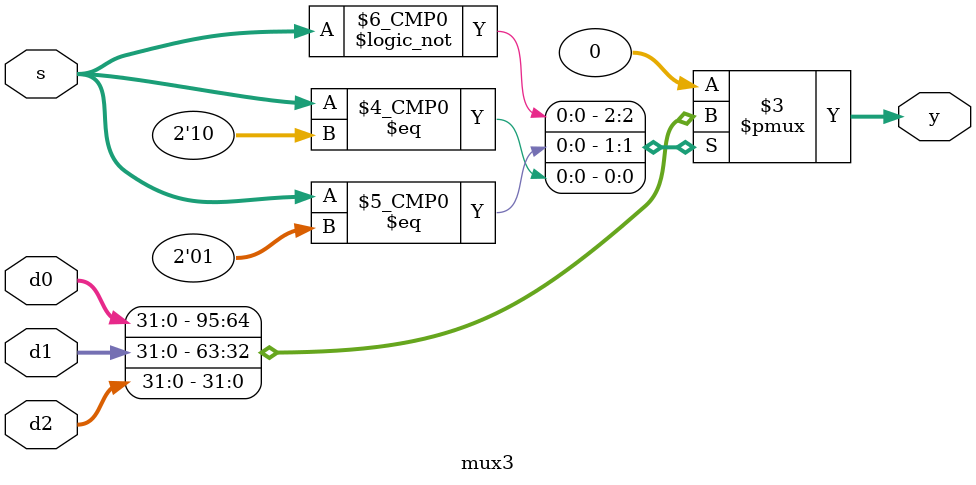
<source format=sv>
`timescale 1ns / 1ps


module mux3 #(parameter W=32)
             (input logic [W-1:0]  d0, d1, d2,
              input logic [1:0]    s,
              output logic [W-1:0] y );

   always_comb
     case (s)
       2'd0 : y = d0;
       2'd1 : y = d1;
       2'd2 : y = d2;
       default : y = 0;
     endcase

endmodule: mux3

</source>
